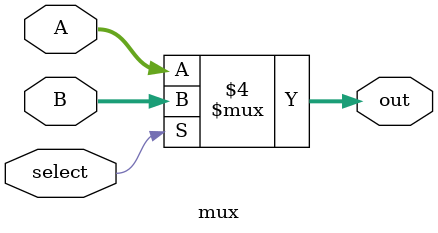
<source format=v>
module mux (A, B, select, out);
	
	parameter DATA_WIDTH = 32;
	
	input [(DATA_WIDTH - 1):0] A, B;
	input select;
	
	output reg [(DATA_WIDTH - 1):0] out;

	always @ (A, B, select)
	begin
		if (select == 0) 
			out <= A;
		else 
			out <= B;
	end
		
endmodule 
</source>
